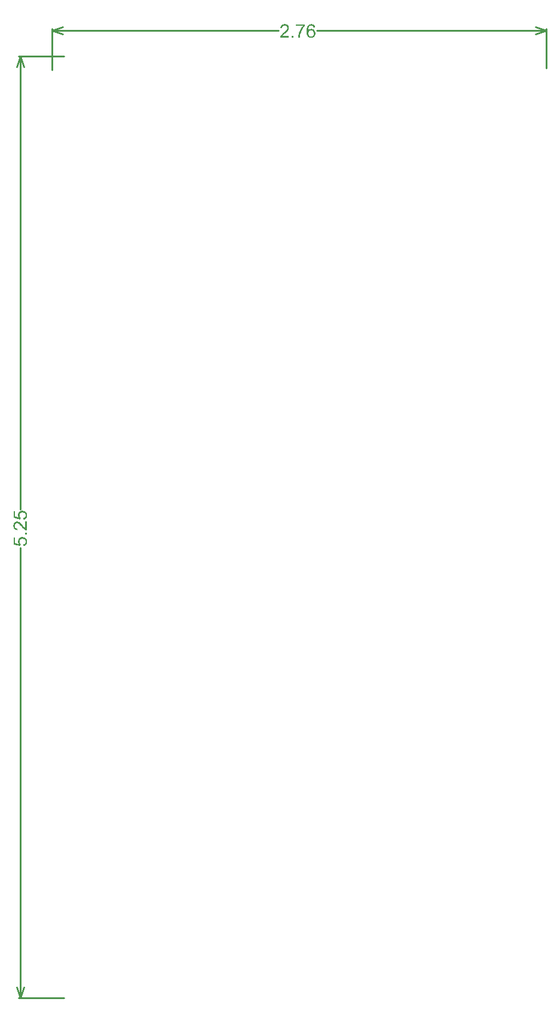
<source format=gbr>
%TF.GenerationSoftware,Altium Limited,Altium Designer,19.1.6 (110)*%
G04 Layer_Color=8388736*
%FSLAX26Y26*%
%MOIN*%
%TF.FileFunction,Other,M2-Board_Dimensions*%
%TF.Part,Single*%
G01*
G75*
%TA.AperFunction,NonConductor*%
%ADD74C,0.010000*%
G36*
X-163892Y2715335D02*
X-162993Y2715223D01*
X-161981Y2715110D01*
X-160745Y2714998D01*
X-159508Y2714661D01*
X-156698Y2713986D01*
X-153776Y2712863D01*
X-152202Y2712188D01*
X-150741Y2711401D01*
X-149280Y2710502D01*
X-147819Y2709378D01*
X-147706Y2709266D01*
X-147482Y2709041D01*
X-147032Y2708591D01*
X-146357Y2708029D01*
X-145683Y2707355D01*
X-144896Y2706456D01*
X-144109Y2705444D01*
X-143323Y2704208D01*
X-142423Y2702859D01*
X-141637Y2701398D01*
X-140850Y2699712D01*
X-140175Y2698026D01*
X-139613Y2696115D01*
X-139164Y2694092D01*
X-138827Y2691844D01*
X-138714Y2689596D01*
Y2688584D01*
X-138827Y2687910D01*
X-138939Y2687010D01*
X-139052Y2685999D01*
X-139164Y2684875D01*
X-139389Y2683639D01*
X-140063Y2680941D01*
X-141187Y2678131D01*
X-141749Y2676670D01*
X-142536Y2675321D01*
X-143435Y2673972D01*
X-144447Y2672736D01*
X-144559Y2672623D01*
X-144672Y2672511D01*
X-145009Y2672174D01*
X-145458Y2671724D01*
X-146020Y2671162D01*
X-146807Y2670600D01*
X-147594Y2670038D01*
X-148493Y2669364D01*
X-149617Y2668689D01*
X-150741Y2668015D01*
X-153326Y2666891D01*
X-156361Y2665879D01*
X-158047Y2665542D01*
X-159845Y2665317D01*
X-160520Y2675096D01*
X-160407D01*
X-160183D01*
X-159845Y2675209D01*
X-159396Y2675321D01*
X-158047Y2675658D01*
X-156586Y2676108D01*
X-154787Y2676782D01*
X-152989Y2677569D01*
X-151303Y2678693D01*
X-149842Y2680042D01*
X-149730Y2680267D01*
X-149280Y2680716D01*
X-148718Y2681615D01*
X-148156Y2682739D01*
X-147482Y2684088D01*
X-146919Y2685774D01*
X-146470Y2687573D01*
X-146357Y2689596D01*
Y2690270D01*
X-146470Y2690720D01*
X-146582Y2691956D01*
X-147032Y2693530D01*
X-147594Y2695328D01*
X-148493Y2697239D01*
X-149730Y2699150D01*
X-150516Y2700049D01*
X-151416Y2700948D01*
X-151528D01*
X-151640Y2701173D01*
X-151977Y2701398D01*
X-152315Y2701622D01*
X-153439Y2702409D01*
X-155012Y2703309D01*
X-156923Y2704095D01*
X-159171Y2704882D01*
X-161869Y2705332D01*
X-164791Y2705557D01*
X-164904D01*
X-165128D01*
X-165578D01*
X-166140Y2705444D01*
X-166814D01*
X-167601Y2705332D01*
X-169399Y2704994D01*
X-171423Y2704432D01*
X-173446Y2703646D01*
X-175469Y2702522D01*
X-177380Y2701061D01*
X-177605Y2700836D01*
X-178054Y2700274D01*
X-178841Y2699262D01*
X-179740Y2697913D01*
X-180527Y2696340D01*
X-181314Y2694316D01*
X-181763Y2691956D01*
X-181988Y2689371D01*
Y2688584D01*
X-181876Y2687797D01*
X-181763Y2686673D01*
X-181426Y2685437D01*
X-181089Y2684088D01*
X-180527Y2682627D01*
X-179853Y2681278D01*
X-179740Y2681166D01*
X-179516Y2680716D01*
X-178953Y2680042D01*
X-178392Y2679255D01*
X-177605Y2678356D01*
X-176706Y2677456D01*
X-175582Y2676557D01*
X-174458Y2675771D01*
X-175694Y2667003D01*
X-214584Y2674309D01*
Y2711851D01*
X-205705D01*
Y2681728D01*
X-185360Y2677681D01*
X-185473Y2677794D01*
X-185585Y2678019D01*
X-185810Y2678356D01*
X-186147Y2678805D01*
X-186484Y2679480D01*
X-186934Y2680154D01*
X-187833Y2681952D01*
X-188620Y2684088D01*
X-189407Y2686561D01*
X-189969Y2689146D01*
X-190194Y2690495D01*
Y2692855D01*
X-190081Y2693530D01*
X-189969Y2694316D01*
X-189856Y2695328D01*
X-189631Y2696452D01*
X-189294Y2697689D01*
X-188507Y2700274D01*
X-187946Y2701622D01*
X-187271Y2703084D01*
X-186484Y2704545D01*
X-185473Y2705894D01*
X-184461Y2707242D01*
X-183225Y2708591D01*
X-183112Y2708704D01*
X-182887Y2708928D01*
X-182550Y2709266D01*
X-181988Y2709715D01*
X-181314Y2710165D01*
X-180527Y2710727D01*
X-179516Y2711401D01*
X-178504Y2712076D01*
X-177268Y2712638D01*
X-175919Y2713312D01*
X-174458Y2713874D01*
X-172884Y2714436D01*
X-171198Y2714773D01*
X-169399Y2715110D01*
X-167601Y2715335D01*
X-165578Y2715448D01*
X-165465D01*
X-165128D01*
X-164566D01*
X-163892Y2715335D01*
D02*
G37*
G36*
X-139951Y2605296D02*
X-140063D01*
X-140513D01*
X-141187D01*
X-141974Y2605408D01*
X-142986Y2605521D01*
X-143997Y2605633D01*
X-145233Y2605970D01*
X-146357Y2606307D01*
X-146470D01*
X-146582Y2606420D01*
X-147257Y2606644D01*
X-148268Y2607094D01*
X-149505Y2607769D01*
X-151078Y2608668D01*
X-152764Y2609679D01*
X-154563Y2610916D01*
X-156361Y2612377D01*
X-156474D01*
X-156586Y2612602D01*
X-157260Y2613164D01*
X-158272Y2614175D01*
X-159621Y2615524D01*
X-161307Y2617210D01*
X-163330Y2619346D01*
X-165465Y2621818D01*
X-167826Y2624628D01*
X-167938Y2624741D01*
X-168275Y2625191D01*
X-168838Y2625753D01*
X-169512Y2626652D01*
X-170299Y2627663D01*
X-171310Y2628787D01*
X-173671Y2631260D01*
X-176143Y2634070D01*
X-178841Y2636768D01*
X-180190Y2638117D01*
X-181426Y2639240D01*
X-182663Y2640365D01*
X-183787Y2641264D01*
X-183899D01*
X-184012Y2641488D01*
X-184349Y2641713D01*
X-184798Y2641938D01*
X-185922Y2642613D01*
X-187383Y2643512D01*
X-189182Y2644298D01*
X-191093Y2644973D01*
X-193004Y2645423D01*
X-195027Y2645647D01*
X-195139D01*
X-195251D01*
X-195926Y2645535D01*
X-196938Y2645423D01*
X-198286Y2645198D01*
X-199748Y2644636D01*
X-201321Y2643961D01*
X-202895Y2642950D01*
X-204356Y2641601D01*
X-204468Y2641376D01*
X-204918Y2640927D01*
X-205592Y2640027D01*
X-206267Y2638903D01*
X-206941Y2637330D01*
X-207615Y2635644D01*
X-208065Y2633620D01*
X-208178Y2631372D01*
Y2630698D01*
X-208065Y2630249D01*
X-207953Y2629012D01*
X-207615Y2627551D01*
X-207166Y2625753D01*
X-206379Y2623954D01*
X-205368Y2622156D01*
X-204019Y2620582D01*
X-203794Y2620470D01*
X-203232Y2620020D01*
X-202333Y2619346D01*
X-201096Y2618671D01*
X-199523Y2617885D01*
X-197612Y2617323D01*
X-195364Y2616873D01*
X-192891Y2616648D01*
X-193903Y2607094D01*
X-194015D01*
X-194352D01*
X-194914Y2607206D01*
X-195701Y2607319D01*
X-196600Y2607544D01*
X-197612Y2607769D01*
X-199972Y2608331D01*
X-202558Y2609230D01*
X-205255Y2610579D01*
X-206604Y2611365D01*
X-207840Y2612265D01*
X-209077Y2613276D01*
X-210201Y2614400D01*
X-210313Y2614512D01*
X-210425Y2614737D01*
X-210763Y2615075D01*
X-211100Y2615524D01*
X-211549Y2616198D01*
X-211999Y2616985D01*
X-212449Y2617885D01*
X-213011Y2619008D01*
X-213573Y2620133D01*
X-214022Y2621369D01*
X-214472Y2622830D01*
X-214922Y2624404D01*
X-215259Y2625977D01*
X-215596Y2627776D01*
X-215708Y2629574D01*
X-215821Y2631597D01*
Y2632609D01*
X-215708Y2633396D01*
X-215596Y2634295D01*
X-215483Y2635419D01*
X-215371Y2636543D01*
X-215034Y2637892D01*
X-214359Y2640589D01*
X-213236Y2643512D01*
X-212561Y2644860D01*
X-211774Y2646209D01*
X-210875Y2647558D01*
X-209751Y2648794D01*
X-209639Y2648907D01*
X-209526Y2649019D01*
X-209189Y2649356D01*
X-208627Y2649806D01*
X-208065Y2650256D01*
X-207391Y2650818D01*
X-206492Y2651380D01*
X-205592Y2652054D01*
X-203457Y2653178D01*
X-200871Y2654190D01*
X-199523Y2654639D01*
X-197949Y2654977D01*
X-196488Y2655089D01*
X-194802Y2655201D01*
X-194577D01*
X-194015D01*
X-193116Y2655089D01*
X-191992Y2654977D01*
X-190531Y2654752D01*
X-189070Y2654414D01*
X-187496Y2653965D01*
X-185810Y2653291D01*
X-185585Y2653178D01*
X-185023Y2652953D01*
X-184236Y2652504D01*
X-183112Y2651829D01*
X-181651Y2650930D01*
X-180077Y2649919D01*
X-178392Y2648570D01*
X-176593Y2647108D01*
X-176368Y2646884D01*
X-175694Y2646322D01*
X-175244Y2645872D01*
X-174570Y2645198D01*
X-173895Y2644523D01*
X-173109Y2643736D01*
X-172209Y2642837D01*
X-171198Y2641713D01*
X-170186Y2640589D01*
X-168950Y2639240D01*
X-167714Y2637892D01*
X-166365Y2636318D01*
X-164904Y2634632D01*
X-163330Y2632834D01*
X-163218Y2632721D01*
X-162993Y2632497D01*
X-162655Y2632047D01*
X-162206Y2631485D01*
X-160970Y2630136D01*
X-159508Y2628338D01*
X-157935Y2626539D01*
X-156361Y2624853D01*
X-154900Y2623280D01*
X-154338Y2622718D01*
X-153776Y2622156D01*
X-153663Y2622043D01*
X-153326Y2621818D01*
X-152877Y2621369D01*
X-152202Y2620807D01*
X-151528Y2620133D01*
X-150629Y2619458D01*
X-148830Y2618222D01*
Y2655314D01*
X-139951D01*
Y2605296D01*
D02*
G37*
G36*
Y2582366D02*
X-150516D01*
Y2592932D01*
X-139951D01*
Y2582366D01*
D02*
G37*
G36*
X-163892Y2568428D02*
X-162993Y2568316D01*
X-161981Y2568204D01*
X-160745Y2568091D01*
X-159508Y2567754D01*
X-156698Y2567080D01*
X-153776Y2565956D01*
X-152202Y2565281D01*
X-150741Y2564494D01*
X-149280Y2563595D01*
X-147819Y2562471D01*
X-147706Y2562359D01*
X-147482Y2562134D01*
X-147032Y2561684D01*
X-146357Y2561122D01*
X-145683Y2560448D01*
X-144896Y2559549D01*
X-144109Y2558537D01*
X-143323Y2557301D01*
X-142423Y2555952D01*
X-141637Y2554491D01*
X-140850Y2552805D01*
X-140175Y2551119D01*
X-139613Y2549208D01*
X-139164Y2547185D01*
X-138827Y2544937D01*
X-138714Y2542689D01*
Y2541677D01*
X-138827Y2541003D01*
X-138939Y2540104D01*
X-139052Y2539092D01*
X-139164Y2537968D01*
X-139389Y2536732D01*
X-140063Y2534034D01*
X-141187Y2531224D01*
X-141749Y2529763D01*
X-142536Y2528414D01*
X-143435Y2527065D01*
X-144447Y2525829D01*
X-144559Y2525716D01*
X-144672Y2525604D01*
X-145009Y2525267D01*
X-145458Y2524817D01*
X-146020Y2524255D01*
X-146807Y2523693D01*
X-147594Y2523131D01*
X-148493Y2522457D01*
X-149617Y2521782D01*
X-150741Y2521108D01*
X-153326Y2519984D01*
X-156361Y2518972D01*
X-158047Y2518635D01*
X-159845Y2518410D01*
X-160520Y2528189D01*
X-160407D01*
X-160183D01*
X-159845Y2528302D01*
X-159396Y2528414D01*
X-158047Y2528751D01*
X-156586Y2529201D01*
X-154787Y2529875D01*
X-152989Y2530662D01*
X-151303Y2531786D01*
X-149842Y2533135D01*
X-149730Y2533360D01*
X-149280Y2533809D01*
X-148718Y2534709D01*
X-148156Y2535832D01*
X-147482Y2537181D01*
X-146919Y2538867D01*
X-146470Y2540666D01*
X-146357Y2542689D01*
Y2543363D01*
X-146470Y2543813D01*
X-146582Y2545049D01*
X-147032Y2546623D01*
X-147594Y2548421D01*
X-148493Y2550332D01*
X-149730Y2552243D01*
X-150516Y2553142D01*
X-151416Y2554041D01*
X-151528D01*
X-151640Y2554266D01*
X-151977Y2554491D01*
X-152315Y2554716D01*
X-153439Y2555503D01*
X-155012Y2556402D01*
X-156923Y2557189D01*
X-159171Y2557975D01*
X-161869Y2558425D01*
X-164791Y2558650D01*
X-164904D01*
X-165128D01*
X-165578D01*
X-166140Y2558537D01*
X-166814D01*
X-167601Y2558425D01*
X-169399Y2558088D01*
X-171423Y2557526D01*
X-173446Y2556739D01*
X-175469Y2555615D01*
X-177380Y2554154D01*
X-177605Y2553929D01*
X-178054Y2553367D01*
X-178841Y2552355D01*
X-179740Y2551006D01*
X-180527Y2549433D01*
X-181314Y2547410D01*
X-181763Y2545049D01*
X-181988Y2542464D01*
Y2541677D01*
X-181876Y2540890D01*
X-181763Y2539767D01*
X-181426Y2538530D01*
X-181089Y2537181D01*
X-180527Y2535720D01*
X-179853Y2534371D01*
X-179740Y2534259D01*
X-179516Y2533809D01*
X-178953Y2533135D01*
X-178392Y2532348D01*
X-177605Y2531449D01*
X-176706Y2530550D01*
X-175582Y2529651D01*
X-174458Y2528864D01*
X-175694Y2520097D01*
X-214584Y2527403D01*
Y2564944D01*
X-205705D01*
Y2534821D01*
X-185360Y2530774D01*
X-185473Y2530887D01*
X-185585Y2531112D01*
X-185810Y2531449D01*
X-186147Y2531898D01*
X-186484Y2532573D01*
X-186934Y2533247D01*
X-187833Y2535046D01*
X-188620Y2537181D01*
X-189407Y2539654D01*
X-189969Y2542239D01*
X-190194Y2543588D01*
Y2545948D01*
X-190081Y2546623D01*
X-189969Y2547410D01*
X-189856Y2548421D01*
X-189631Y2549545D01*
X-189294Y2550782D01*
X-188507Y2553367D01*
X-187946Y2554716D01*
X-187271Y2556177D01*
X-186484Y2557638D01*
X-185473Y2558987D01*
X-184461Y2560336D01*
X-183225Y2561684D01*
X-183112Y2561797D01*
X-182887Y2562022D01*
X-182550Y2562359D01*
X-181988Y2562809D01*
X-181314Y2563258D01*
X-180527Y2563820D01*
X-179516Y2564494D01*
X-178504Y2565169D01*
X-177268Y2565731D01*
X-175919Y2566405D01*
X-174458Y2566967D01*
X-172884Y2567529D01*
X-171198Y2567867D01*
X-169399Y2568204D01*
X-167601Y2568428D01*
X-165578Y2568541D01*
X-165465D01*
X-165128D01*
X-164566D01*
X-163892Y2568428D01*
D02*
G37*
G36*
X1447690Y5428105D02*
X1448477D01*
X1449376Y5427992D01*
X1451399Y5427543D01*
X1453760Y5426981D01*
X1456232Y5426082D01*
X1458593Y5424845D01*
X1459717Y5424058D01*
X1460841Y5423159D01*
X1460953D01*
X1461066Y5422934D01*
X1461403Y5422597D01*
X1461740Y5422260D01*
X1462752Y5421136D01*
X1463876Y5419562D01*
X1465112Y5417539D01*
X1466236Y5415179D01*
X1467135Y5412481D01*
X1467810Y5409334D01*
X1458593Y5408660D01*
Y5408772D01*
X1458480Y5408884D01*
X1458368Y5409559D01*
X1458031Y5410458D01*
X1457694Y5411694D01*
X1457132Y5412931D01*
X1456457Y5414280D01*
X1455783Y5415516D01*
X1454996Y5416528D01*
X1454771Y5416752D01*
X1454322Y5417202D01*
X1453535Y5417764D01*
X1452411Y5418551D01*
X1451062Y5419338D01*
X1449488Y5419900D01*
X1447690Y5420349D01*
X1445667Y5420574D01*
X1444880D01*
X1444093Y5420462D01*
X1442969Y5420237D01*
X1441733Y5420012D01*
X1440496Y5419562D01*
X1439148Y5418888D01*
X1437799Y5418101D01*
X1437574Y5417989D01*
X1437124Y5417539D01*
X1436225Y5416752D01*
X1435326Y5415741D01*
X1434202Y5414392D01*
X1432966Y5412706D01*
X1431842Y5410795D01*
X1430830Y5408660D01*
Y5408547D01*
X1430718Y5408435D01*
X1430605Y5407985D01*
X1430380Y5407536D01*
X1430268Y5406861D01*
X1430043Y5406187D01*
X1429818Y5405288D01*
X1429594Y5404164D01*
X1429256Y5403040D01*
X1429032Y5401691D01*
X1428807Y5400342D01*
X1428694Y5398768D01*
X1428470Y5397082D01*
X1428357Y5395284D01*
X1428245Y5393261D01*
Y5391350D01*
X1428357Y5391462D01*
X1428807Y5392024D01*
X1429481Y5392924D01*
X1430493Y5394048D01*
X1431617Y5395284D01*
X1433078Y5396520D01*
X1434652Y5397757D01*
X1436338Y5398768D01*
X1436450D01*
X1436562Y5398881D01*
X1437237Y5399218D01*
X1438136Y5399555D01*
X1439485Y5400117D01*
X1441058Y5400567D01*
X1442744Y5400904D01*
X1444655Y5401241D01*
X1446566Y5401354D01*
X1447465D01*
X1448140Y5401241D01*
X1448926Y5401129D01*
X1449826Y5401016D01*
X1452074Y5400454D01*
X1454546Y5399668D01*
X1455895Y5399106D01*
X1457244Y5398431D01*
X1458480Y5397644D01*
X1459829Y5396745D01*
X1461178Y5395734D01*
X1462414Y5394497D01*
X1462527Y5394385D01*
X1462752Y5394160D01*
X1462976Y5393823D01*
X1463426Y5393261D01*
X1463988Y5392586D01*
X1464550Y5391800D01*
X1465112Y5390788D01*
X1465786Y5389776D01*
X1466348Y5388540D01*
X1466910Y5387191D01*
X1467472Y5385730D01*
X1468034Y5384156D01*
X1468484Y5382470D01*
X1468709Y5380672D01*
X1468934Y5378874D01*
X1469046Y5376850D01*
Y5376738D01*
Y5376513D01*
Y5376176D01*
Y5375614D01*
X1468934Y5375052D01*
Y5374265D01*
X1468709Y5372579D01*
X1468259Y5370556D01*
X1467697Y5368308D01*
X1466910Y5365948D01*
X1465899Y5363587D01*
Y5363475D01*
X1465786Y5363362D01*
X1465562Y5363025D01*
X1465337Y5362576D01*
X1464662Y5361452D01*
X1463763Y5360103D01*
X1462527Y5358642D01*
X1461066Y5357068D01*
X1459380Y5355607D01*
X1457469Y5354258D01*
X1457356D01*
X1457244Y5354146D01*
X1456907Y5353921D01*
X1456570Y5353808D01*
X1455446Y5353246D01*
X1453984Y5352684D01*
X1452186Y5352122D01*
X1450050Y5351560D01*
X1447802Y5351223D01*
X1445330Y5351111D01*
X1444768D01*
X1444206Y5351223D01*
X1443419D01*
X1442407Y5351336D01*
X1441283Y5351560D01*
X1439934Y5351785D01*
X1438586Y5352122D01*
X1437124Y5352572D01*
X1435551Y5353134D01*
X1433977Y5353808D01*
X1432404Y5354708D01*
X1430830Y5355607D01*
X1429256Y5356731D01*
X1427795Y5358080D01*
X1426334Y5359541D01*
X1426222Y5359653D01*
X1425997Y5359990D01*
X1425660Y5360440D01*
X1425210Y5361227D01*
X1424648Y5362126D01*
X1423974Y5363250D01*
X1423412Y5364711D01*
X1422737Y5366285D01*
X1421950Y5368083D01*
X1421388Y5370106D01*
X1420714Y5372467D01*
X1420152Y5375052D01*
X1419702Y5377750D01*
X1419365Y5380784D01*
X1419140Y5384156D01*
X1419028Y5387641D01*
Y5387753D01*
Y5387866D01*
Y5388203D01*
Y5388652D01*
X1419140Y5389776D01*
Y5391238D01*
X1419253Y5393036D01*
X1419478Y5395059D01*
X1419702Y5397420D01*
X1420040Y5399892D01*
X1420489Y5402478D01*
X1421051Y5405063D01*
X1421613Y5407760D01*
X1422400Y5410346D01*
X1423412Y5412931D01*
X1424423Y5415291D01*
X1425660Y5417539D01*
X1427121Y5419562D01*
X1427233Y5419675D01*
X1427458Y5419900D01*
X1427908Y5420349D01*
X1428470Y5420911D01*
X1429144Y5421586D01*
X1430043Y5422260D01*
X1431055Y5423047D01*
X1432179Y5423946D01*
X1433415Y5424733D01*
X1434876Y5425520D01*
X1436450Y5426194D01*
X1438136Y5426868D01*
X1440047Y5427430D01*
X1441958Y5427880D01*
X1443981Y5428105D01*
X1446229Y5428217D01*
X1447128D01*
X1447690Y5428105D01*
D02*
G37*
G36*
X1410261Y5419787D02*
X1410148Y5419675D01*
X1409924Y5419450D01*
X1409586Y5419000D01*
X1409024Y5418326D01*
X1408350Y5417652D01*
X1407563Y5416640D01*
X1406664Y5415516D01*
X1405765Y5414280D01*
X1404641Y5412931D01*
X1403517Y5411357D01*
X1402393Y5409671D01*
X1401156Y5407873D01*
X1399808Y5405850D01*
X1398571Y5403826D01*
X1397222Y5401578D01*
X1395874Y5399218D01*
X1395761Y5399106D01*
X1395536Y5398656D01*
X1395199Y5397982D01*
X1394750Y5397082D01*
X1394075Y5395846D01*
X1393401Y5394497D01*
X1392614Y5392924D01*
X1391827Y5391238D01*
X1390928Y5389327D01*
X1390029Y5387304D01*
X1389130Y5385168D01*
X1388230Y5382808D01*
X1386432Y5378087D01*
X1384858Y5373141D01*
Y5373029D01*
X1384746Y5372692D01*
X1384634Y5372242D01*
X1384409Y5371455D01*
X1384184Y5370556D01*
X1383959Y5369544D01*
X1383622Y5368308D01*
X1383397Y5366959D01*
X1383060Y5365498D01*
X1382723Y5363924D01*
X1382161Y5360328D01*
X1381711Y5356506D01*
X1381374Y5352347D01*
X1371820D01*
Y5352460D01*
Y5352797D01*
Y5353246D01*
X1371932Y5353921D01*
Y5354820D01*
X1372045Y5355832D01*
X1372157Y5357068D01*
X1372270Y5358417D01*
X1372494Y5359878D01*
X1372719Y5361452D01*
X1373056Y5363250D01*
X1373394Y5365161D01*
X1373731Y5367184D01*
X1374180Y5369320D01*
X1375304Y5373816D01*
Y5373928D01*
X1375417Y5374378D01*
X1375642Y5375052D01*
X1375979Y5375951D01*
X1376316Y5377075D01*
X1376653Y5378424D01*
X1377215Y5379998D01*
X1377777Y5381684D01*
X1378452Y5383482D01*
X1379126Y5385393D01*
X1380812Y5389439D01*
X1382723Y5393823D01*
X1384858Y5398206D01*
X1384971Y5398319D01*
X1385196Y5398768D01*
X1385533Y5399330D01*
X1385982Y5400230D01*
X1386544Y5401241D01*
X1387219Y5402365D01*
X1388006Y5403714D01*
X1388905Y5405175D01*
X1390928Y5408210D01*
X1393176Y5411582D01*
X1395761Y5414954D01*
X1398346Y5418101D01*
X1361254D01*
Y5426981D01*
X1410261D01*
Y5419787D01*
D02*
G37*
G36*
X1347092Y5352347D02*
X1336526D01*
Y5362913D01*
X1347092D01*
Y5352347D01*
D02*
G37*
G36*
X1299434Y5428105D02*
X1300334Y5427992D01*
X1301458Y5427880D01*
X1302582Y5427768D01*
X1303930Y5427430D01*
X1306628Y5426756D01*
X1309550Y5425632D01*
X1310899Y5424958D01*
X1312248Y5424171D01*
X1313597Y5423272D01*
X1314833Y5422148D01*
X1314946Y5422035D01*
X1315058Y5421923D01*
X1315395Y5421586D01*
X1315845Y5421024D01*
X1316294Y5420462D01*
X1316856Y5419787D01*
X1317418Y5418888D01*
X1318093Y5417989D01*
X1319217Y5415853D01*
X1320228Y5413268D01*
X1320678Y5411919D01*
X1321015Y5410346D01*
X1321128Y5408884D01*
X1321240Y5407198D01*
Y5406974D01*
Y5406412D01*
X1321128Y5405512D01*
X1321015Y5404388D01*
X1320790Y5402927D01*
X1320453Y5401466D01*
X1320004Y5399892D01*
X1319329Y5398206D01*
X1319217Y5397982D01*
X1318992Y5397420D01*
X1318542Y5396633D01*
X1317868Y5395509D01*
X1316969Y5394048D01*
X1315957Y5392474D01*
X1314608Y5390788D01*
X1313147Y5388990D01*
X1312922Y5388765D01*
X1312360Y5388090D01*
X1311911Y5387641D01*
X1311236Y5386966D01*
X1310562Y5386292D01*
X1309775Y5385505D01*
X1308876Y5384606D01*
X1307752Y5383594D01*
X1306628Y5382583D01*
X1305279Y5381346D01*
X1303930Y5380110D01*
X1302357Y5378761D01*
X1300671Y5377300D01*
X1298872Y5375726D01*
X1298760Y5375614D01*
X1298535Y5375389D01*
X1298086Y5375052D01*
X1297524Y5374602D01*
X1296175Y5373366D01*
X1294376Y5371905D01*
X1292578Y5370331D01*
X1290892Y5368758D01*
X1289318Y5367296D01*
X1288756Y5366734D01*
X1288194Y5366172D01*
X1288082Y5366060D01*
X1287857Y5365723D01*
X1287408Y5365273D01*
X1286846Y5364599D01*
X1286171Y5363924D01*
X1285497Y5363025D01*
X1284260Y5361227D01*
X1321352D01*
Y5352347D01*
X1271334D01*
Y5352460D01*
Y5352909D01*
Y5353584D01*
X1271447Y5354370D01*
X1271559Y5355382D01*
X1271672Y5356394D01*
X1272009Y5357630D01*
X1272346Y5358754D01*
Y5358866D01*
X1272458Y5358979D01*
X1272683Y5359653D01*
X1273133Y5360665D01*
X1273807Y5361901D01*
X1274706Y5363475D01*
X1275718Y5365161D01*
X1276954Y5366959D01*
X1278416Y5368758D01*
Y5368870D01*
X1278640Y5368982D01*
X1279202Y5369657D01*
X1280214Y5370668D01*
X1281563Y5372017D01*
X1283249Y5373703D01*
X1285384Y5375726D01*
X1287857Y5377862D01*
X1290667Y5380222D01*
X1290780Y5380335D01*
X1291229Y5380672D01*
X1291791Y5381234D01*
X1292690Y5381908D01*
X1293702Y5382695D01*
X1294826Y5383707D01*
X1297299Y5386067D01*
X1300109Y5388540D01*
X1302806Y5391238D01*
X1304155Y5392586D01*
X1305279Y5393823D01*
X1306403Y5395059D01*
X1307302Y5396183D01*
Y5396296D01*
X1307527Y5396408D01*
X1307752Y5396745D01*
X1307977Y5397195D01*
X1308651Y5398319D01*
X1309550Y5399780D01*
X1310337Y5401578D01*
X1311012Y5403489D01*
X1311461Y5405400D01*
X1311686Y5407423D01*
Y5407536D01*
Y5407648D01*
X1311574Y5408322D01*
X1311461Y5409334D01*
X1311236Y5410683D01*
X1310674Y5412144D01*
X1310000Y5413718D01*
X1308988Y5415291D01*
X1307640Y5416752D01*
X1307415Y5416865D01*
X1306965Y5417314D01*
X1306066Y5417989D01*
X1304942Y5418663D01*
X1303368Y5419338D01*
X1301682Y5420012D01*
X1299659Y5420462D01*
X1297411Y5420574D01*
X1296737D01*
X1296287Y5420462D01*
X1295051Y5420349D01*
X1293590Y5420012D01*
X1291791Y5419562D01*
X1289993Y5418776D01*
X1288194Y5417764D01*
X1286621Y5416415D01*
X1286508Y5416190D01*
X1286059Y5415628D01*
X1285384Y5414729D01*
X1284710Y5413493D01*
X1283923Y5411919D01*
X1283361Y5410008D01*
X1282912Y5407760D01*
X1282687Y5405288D01*
X1273133Y5406299D01*
Y5406412D01*
Y5406749D01*
X1273245Y5407311D01*
X1273358Y5408098D01*
X1273582Y5408997D01*
X1273807Y5410008D01*
X1274369Y5412369D01*
X1275268Y5414954D01*
X1276617Y5417652D01*
X1277404Y5419000D01*
X1278303Y5420237D01*
X1279315Y5421473D01*
X1280439Y5422597D01*
X1280551Y5422710D01*
X1280776Y5422822D01*
X1281113Y5423159D01*
X1281563Y5423496D01*
X1282237Y5423946D01*
X1283024Y5424396D01*
X1283923Y5424845D01*
X1285047Y5425407D01*
X1286171Y5425969D01*
X1287408Y5426419D01*
X1288869Y5426868D01*
X1290442Y5427318D01*
X1292016Y5427655D01*
X1293814Y5427992D01*
X1295613Y5428105D01*
X1297636Y5428217D01*
X1298648D01*
X1299434Y5428105D01*
D02*
G37*
%LPC*%
G36*
X1444768Y5393148D02*
X1444206D01*
X1443756Y5393036D01*
X1442520Y5392924D01*
X1441058Y5392586D01*
X1439372Y5392024D01*
X1437574Y5391238D01*
X1435776Y5390114D01*
X1434090Y5388540D01*
X1433865Y5388315D01*
X1433415Y5387753D01*
X1432741Y5386742D01*
X1431954Y5385393D01*
X1431055Y5383707D01*
X1430380Y5381684D01*
X1429931Y5379436D01*
X1429706Y5376850D01*
Y5376626D01*
Y5376064D01*
X1429818Y5375052D01*
X1429931Y5373928D01*
X1430156Y5372467D01*
X1430605Y5370893D01*
X1431055Y5369320D01*
X1431729Y5367634D01*
X1431842Y5367409D01*
X1432066Y5366959D01*
X1432516Y5366172D01*
X1433190Y5365161D01*
X1433977Y5364037D01*
X1434989Y5363025D01*
X1436113Y5361901D01*
X1437349Y5361002D01*
X1437574Y5360890D01*
X1438024Y5360665D01*
X1438698Y5360328D01*
X1439710Y5359878D01*
X1440834Y5359428D01*
X1442182Y5359091D01*
X1443644Y5358866D01*
X1445105Y5358754D01*
X1445667D01*
X1446116Y5358866D01*
X1447240Y5358979D01*
X1448589Y5359316D01*
X1450163Y5359878D01*
X1451849Y5360777D01*
X1453647Y5361901D01*
X1455221Y5363475D01*
X1455446Y5363700D01*
X1455895Y5364374D01*
X1456570Y5365386D01*
X1457356Y5366847D01*
X1458143Y5368645D01*
X1458818Y5370893D01*
X1459267Y5373366D01*
X1459492Y5376288D01*
Y5376401D01*
Y5376626D01*
Y5377075D01*
X1459380Y5377525D01*
Y5378199D01*
X1459267Y5378986D01*
X1458930Y5380784D01*
X1458480Y5382695D01*
X1457694Y5384718D01*
X1456682Y5386742D01*
X1455333Y5388540D01*
X1455108Y5388765D01*
X1454546Y5389214D01*
X1453647Y5390001D01*
X1452411Y5390900D01*
X1450950Y5391687D01*
X1449151Y5392474D01*
X1447016Y5392924D01*
X1444768Y5393148D01*
D02*
G37*
%LPD*%
D74*
X-198504Y60000D02*
X-178504Y0D01*
X-158504Y60000D01*
X-178504Y5249606D02*
X-158504Y5189606D01*
X-198504D02*
X-178504Y5249606D01*
Y0D02*
Y2510536D01*
Y2723322D02*
Y5249606D01*
X-188504Y0D02*
X66771D01*
X-188504Y5249606D02*
X66771D01*
X-1Y5390900D02*
X59999Y5410900D01*
X-1Y5390900D02*
X59999Y5370900D01*
X2695905D02*
X2755905Y5390900D01*
X2695905Y5410900D02*
X2755905Y5390900D01*
X-1D02*
X1263460D01*
X1476920D02*
X2755905D01*
X-1Y5170866D02*
Y5400900D01*
X2755905Y5182835D02*
Y5400900D01*
%TF.MD5,fe7da1b8c3846bf9c14f1cd4b8fcf667*%
M02*

</source>
